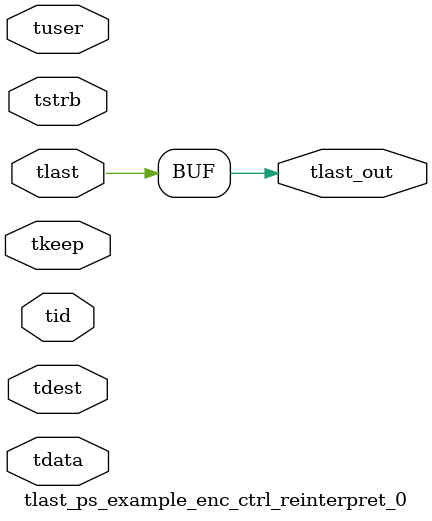
<source format=v>


`timescale 1ps/1ps

module tlast_ps_example_enc_ctrl_reinterpret_0 #
(
parameter C_S_AXIS_TID_WIDTH   = 1,
parameter C_S_AXIS_TUSER_WIDTH = 0,
parameter C_S_AXIS_TDATA_WIDTH = 0,
parameter C_S_AXIS_TDEST_WIDTH = 0
)
(
input  [(C_S_AXIS_TID_WIDTH   == 0 ? 1 : C_S_AXIS_TID_WIDTH)-1:0       ] tid,
input  [(C_S_AXIS_TDATA_WIDTH == 0 ? 1 : C_S_AXIS_TDATA_WIDTH)-1:0     ] tdata,
input  [(C_S_AXIS_TUSER_WIDTH == 0 ? 1 : C_S_AXIS_TUSER_WIDTH)-1:0     ] tuser,
input  [(C_S_AXIS_TDEST_WIDTH == 0 ? 1 : C_S_AXIS_TDEST_WIDTH)-1:0     ] tdest,
input  [(C_S_AXIS_TDATA_WIDTH/8)-1:0 ] tkeep,
input  [(C_S_AXIS_TDATA_WIDTH/8)-1:0 ] tstrb,
input  [0:0]                                                             tlast,
output                                                                   tlast_out
);

assign tlast_out = {tlast};

endmodule


</source>
